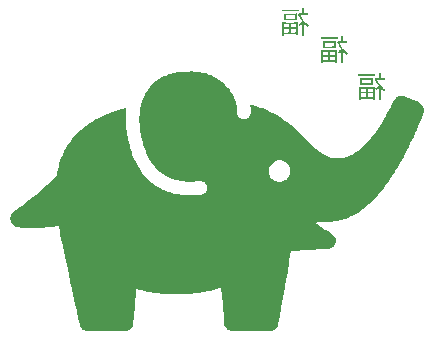
<source format=gbo>
G04 Layer: BottomSilkscreenLayer*
G04 EasyEDA Pro v2.2.35.2, 2025-01-16 15:30:06*
G04 Gerber Generator version 0.3*
G04 Scale: 100 percent, Rotated: No, Reflected: No*
G04 Dimensions in millimeters*
G04 Leading zeros omitted, absolute positions, 4 integers and 5 decimals*
%FSLAX45Y45*%
%MOMM*%
%ADD10C,0.254*%
G75*


G04 Image Start*
G36*
G01X-166036Y4964596D02*
G01X-148986Y4963492D01*
G01X-130041Y4961476D01*
G01X-111097Y4959460D01*
G01X-95941Y4956406D01*
G01X-80786Y4953353D01*
G01X-65630Y4948762D01*
G01X-50475Y4944171D01*
G01X-35951Y4938441D01*
G01X-21427Y4932711D01*
G01X-7483Y4926139D01*
G01X6460Y4919567D01*
G01X20298Y4911594D01*
G01X34137Y4903621D01*
G01X46770Y4895127D01*
G01X59403Y4886632D01*
G01X71401Y4877342D01*
G01X83399Y4868051D01*
G01X99032Y4852858D01*
G01X114665Y4837665D01*
G01X124630Y4825745D01*
G01X134595Y4813825D01*
G01X141981Y4803007D01*
G01X149367Y4792189D01*
G01X156588Y4779643D01*
G01X163810Y4767098D01*
G01X169547Y4754379D01*
G01X175283Y4741661D01*
G01X181335Y4723344D01*
G01X187387Y4705028D01*
G01X190567Y4688606D01*
G01X193746Y4672184D01*
G01X195024Y4659552D01*
G01X196303Y4646920D01*
G01X197083Y4629867D01*
G01X197863Y4612813D01*
G01X199774Y4605866D01*
G01X201684Y4598918D01*
G01X204934Y4593313D01*
G01X208183Y4587709D01*
G01X213140Y4582330D01*
G01X218097Y4576951D01*
G01X224000Y4573190D01*
G01X229902Y4569429D01*
G01X237756Y4566804D01*
G01X245609Y4564180D01*
G01X254174Y4564195D01*
G01X262739Y4564210D01*
G01X269243Y4565942D01*
G01X275747Y4567674D01*
G01X282452Y4571295D01*
G01X289158Y4574917D01*
G01X295670Y4581407D01*
G01X302183Y4587896D01*
G01X306060Y4595656D01*
G01X309937Y4603416D01*
G01X311452Y4610641D01*
G01X312967Y4617866D01*
G01X312203Y4637446D01*
G01X311440Y4657026D01*
G01X309957Y4670003D01*
G01X308474Y4682979D01*
G01X309031Y4683536D01*
G01X309587Y4684094D01*
G01X328472Y4679227D01*
G01X347357Y4674360D01*
G01X360618Y4670481D01*
G01X373879Y4666601D01*
G01X394086Y4659727D01*
G01X414294Y4652854D01*
G01X433238Y4645251D01*
G01X452183Y4637648D01*
G01X465058Y4631905D01*
G01X477933Y4626162D01*
G01X498105Y4616059D01*
G01X518277Y4605956D01*
G01X539537Y4593789D01*
G01X560797Y4581623D01*
G01X584162Y4566093D01*
G01X607526Y4550562D01*
G01X622050Y4538877D01*
G01X636574Y4527193D01*
G01X656133Y4510000D01*
G01X675692Y4492808D01*
G01X692756Y4477018D01*
G01X709819Y4461228D01*
G01X737608Y4434575D01*
G01X765396Y4407921D01*
G01X810863Y4363200D01*
G01X856329Y4318478D01*
G01X867696Y4308918D01*
G01X879062Y4299358D01*
G01X889166Y4291702D01*
G01X899270Y4284045D01*
G01X913162Y4274980D01*
G01X927055Y4265914D01*
G01X945999Y4256574D01*
G01X964944Y4247233D01*
G01X980099Y4242219D01*
G01X995255Y4237205D01*
G01X1009779Y4234270D01*
G01X1024303Y4231336D01*
G01X1049562Y4231330D01*
G01X1074821Y4231323D01*
G01X1087450Y4233681D01*
G01X1100080Y4236038D01*
G01X1113973Y4240225D01*
G01X1127865Y4244412D01*
G01X1141699Y4250214D01*
G01X1155532Y4256015D01*
G01X1167589Y4262498D01*
G01X1179646Y4268980D01*
G01X1191606Y4276496D01*
G01X1203565Y4284012D01*
G01X1217496Y4294381D01*
G01X1231428Y4304749D01*
G01X1243426Y4314757D01*
G01X1255424Y4324765D01*
G01X1276130Y4344994D01*
G01X1296836Y4365224D01*
G01X1312256Y4382496D01*
G01X1327675Y4399767D01*
G01X1342940Y4418640D01*
G01X1358204Y4437513D01*
G01X1372981Y4457582D01*
G01X1387757Y4477650D01*
G01X1406243Y4505440D01*
G01X1424728Y4533231D01*
G01X1440644Y4559759D01*
G01X1456559Y4586286D01*
G01X1470064Y4610919D01*
G01X1483569Y4635551D01*
G01X1497238Y4663342D01*
G01X1510906Y4691133D01*
G01X1517418Y4706173D01*
G01X1523931Y4721214D01*
G01X1528399Y4727947D01*
G01X1532867Y4734680D01*
G01X1539203Y4740378D01*
G01X1545539Y4746076D01*
G01X1554562Y4750517D01*
G01X1563586Y4754957D01*
G01X1572426Y4756814D01*
G01X1581267Y4758670D01*
G01X1586950Y4758670D01*
G01X1592634Y4758670D01*
G01X1600843Y4756905D01*
G01X1609052Y4755140D01*
G01X1674095Y4729712D01*
G01X1739137Y4704285D01*
G01X1747752Y4698460D01*
G01X1756368Y4692635D01*
G01X1761938Y4685795D01*
G01X1767509Y4678955D01*
G01X1771193Y4671149D01*
G01X1774878Y4663342D01*
G01X1776439Y4656210D01*
G01X1778000Y4649079D01*
G01X1777379Y4635999D01*
G01X1776757Y4622919D01*
G01X1768244Y4599550D01*
G01X1759731Y4576180D01*
G01X1745445Y4540179D01*
G01X1731159Y4504177D01*
G01X1717911Y4473224D01*
G01X1704663Y4442271D01*
G01X1692049Y4414485D01*
G01X1679434Y4386699D01*
G01X1665317Y4357013D01*
G01X1651200Y4327328D01*
G01X1635956Y4297642D01*
G01X1620712Y4267957D01*
G01X1607424Y4243324D01*
G01X1594136Y4218691D01*
G01X1577331Y4189381D01*
G01X1560525Y4160071D01*
G01X1546395Y4136958D01*
G01X1532265Y4113845D01*
G01X1512718Y4084159D01*
G01X1493171Y4054474D01*
G01X1481110Y4037421D01*
G01X1469048Y4020367D01*
G01X1453911Y4000156D01*
G01X1438774Y3979944D01*
G01X1423653Y3961231D01*
G01X1408532Y3942519D01*
G01X1390109Y3921440D01*
G01X1371686Y3900362D01*
G01X1345129Y3873798D01*
G01X1318572Y3847233D01*
G01X1299988Y3831325D01*
G01X1281405Y3815417D01*
G01X1266102Y3803571D01*
G01X1250799Y3791726D01*
G01X1235430Y3781200D01*
G01X1220061Y3770675D01*
G01X1203011Y3760458D01*
G01X1185961Y3750242D01*
G01X1161965Y3738568D01*
G01X1137969Y3726893D01*
G01X1120698Y3720464D01*
G01X1103428Y3714035D01*
G01X1087861Y3709551D01*
G01X1072295Y3705066D01*
G01X1053982Y3701391D01*
G01X1035669Y3697717D01*
G01X1017356Y3695809D01*
G01X999043Y3693901D01*
G01X953577Y3692619D01*
G01X908110Y3691338D01*
G01X890432Y3689340D01*
G01X872753Y3687341D01*
G01X868716Y3686479D01*
G01X864678Y3685616D01*
G01X873133Y3678550D01*
G01X881588Y3671484D01*
G01X894218Y3661991D01*
G01X906847Y3652498D01*
G01X925792Y3639903D01*
G01X944736Y3627307D01*
G01X957366Y3619713D01*
G01X969995Y3612119D01*
G01X987045Y3602760D01*
G01X1004095Y3593402D01*
G01X1013076Y3584559D01*
G01X1022056Y3575717D01*
G01X1026035Y3567830D01*
G01X1030013Y3559944D01*
G01X1031894Y3552722D01*
G01X1033775Y3545500D01*
G01X1033760Y3534713D01*
G01X1033745Y3523925D01*
G01X1031911Y3517035D01*
G01X1030078Y3510144D01*
G01X1026180Y3502225D01*
G01X1022282Y3494305D01*
G01X1015994Y3487423D01*
G01X1009705Y3480541D01*
G01X1002609Y3475830D01*
G01X995512Y3471119D01*
G01X986640Y3468032D01*
G01X977767Y3464946D01*
G01X940413Y3462587D01*
G01X903059Y3460227D01*
G01X825387Y3455755D01*
G01X747715Y3451282D01*
G01X701070Y3448777D01*
G01X654426Y3446272D01*
G01X653605Y3444943D01*
G01X652783Y3443613D01*
G01X651228Y3433241D01*
G01X649673Y3422868D01*
G01X637157Y3347075D01*
G01X624641Y3271283D01*
G01X613184Y3204333D01*
G01X601726Y3137382D01*
G01X586584Y3051484D01*
G01X571442Y2965586D01*
G01X558794Y2895477D01*
G01X546145Y2825369D01*
G01X544160Y2819053D01*
G01X542175Y2812737D01*
G01X538244Y2805247D01*
G01X534313Y2797757D01*
G01X526398Y2789840D01*
G01X518483Y2781924D01*
G01X509329Y2777418D01*
G01X500175Y2772913D01*
G01X491334Y2771057D01*
G01X482494Y2769200D01*
G01X318309Y2769200D01*
G01X154124Y2769200D01*
G01X145394Y2771050D01*
G01X136664Y2772900D01*
G01X128976Y2776521D01*
G01X121287Y2780143D01*
G01X114755Y2785339D01*
G01X108223Y2790534D01*
G01X102445Y2798632D01*
G01X96668Y2806731D01*
G01X93503Y2815140D01*
G01X90338Y2823549D01*
G01X88554Y2842776D01*
G01X86769Y2862002D01*
G01X75630Y2997573D01*
G01X64491Y3133143D01*
G01X63718Y3134394D01*
G01X62945Y3135645D01*
G01X40869Y3129290D01*
G01X18793Y3122935D01*
G01X-6458Y3116680D01*
G01X-31708Y3110426D01*
G01X-53721Y3105971D01*
G01X-75734Y3101516D01*
G01X-98467Y3097696D01*
G01X-121200Y3093876D01*
G01X-145828Y3090719D01*
G01X-170456Y3087561D01*
G01X-191295Y3085662D01*
G01X-212133Y3083763D01*
G01X-234235Y3082201D01*
G01X-256337Y3080638D01*
G01X-315065Y3080638D01*
G01X-373792Y3080638D01*
G01X-395894Y3082201D01*
G01X-417996Y3083763D01*
G01X-438834Y3085687D01*
G01X-459673Y3087611D01*
G01X-484279Y3090758D01*
G01X-508886Y3093905D01*
G01X-534166Y3098209D01*
G01X-559447Y3102514D01*
G01X-581549Y3107117D01*
G01X-603651Y3111720D01*
G01X-628730Y3117994D01*
G01X-653810Y3124267D01*
G01X-654572Y3123504D01*
G01X-655335Y3122741D01*
G01X-667573Y2974439D01*
G01X-679811Y2826137D01*
G01X-681984Y2819437D01*
G01X-684157Y2812737D01*
G01X-688088Y2805247D01*
G01X-692020Y2797757D01*
G01X-699934Y2789840D01*
G01X-707849Y2781924D01*
G01X-717003Y2777418D01*
G01X-726157Y2772913D01*
G01X-734998Y2771057D01*
G01X-743839Y2769200D01*
G01X-908023Y2769200D01*
G01X-1072208Y2769200D01*
G01X-1080938Y2771050D01*
G01X-1089668Y2772900D01*
G01X-1097357Y2776521D01*
G01X-1105045Y2780143D01*
G01X-1111577Y2785339D01*
G01X-1118109Y2790534D01*
G01X-1123795Y2798504D01*
G01X-1129481Y2806474D01*
G01X-1132032Y2812945D01*
G01X-1134582Y2819417D01*
G01X-1147869Y2877974D01*
G01X-1161156Y2936532D01*
G01X-1181989Y3030641D01*
G01X-1202822Y3124750D01*
G01X-1216193Y3186648D01*
G01X-1229564Y3248545D01*
G01X-1245381Y3323706D01*
G01X-1261198Y3398867D01*
G01X-1279344Y3489818D01*
G01X-1297489Y3580770D01*
G01X-1304643Y3619298D01*
G01X-1311796Y3657825D01*
G01X-1312076Y3658129D01*
G01X-1312357Y3658433D01*
G01X-1334365Y3655330D01*
G01X-1356374Y3652227D01*
G01X-1386053Y3649090D01*
G01X-1415733Y3645952D01*
G01X-1442255Y3644015D01*
G01X-1468777Y3642077D01*
G01X-1504771Y3640649D01*
G01X-1540766Y3639221D01*
G01X-1571077Y3640035D01*
G01X-1601388Y3640850D01*
G01X-1616543Y3642106D01*
G01X-1631698Y3643362D01*
G01X-1642434Y3645296D01*
G01X-1653169Y3647230D01*
G01X-1661596Y3649710D01*
G01X-1670024Y3652190D01*
G01X-1680535Y3657452D01*
G01X-1691047Y3662714D01*
G01X-1700533Y3672270D01*
G01X-1710020Y3681826D01*
G01X-1714093Y3690037D01*
G01X-1718166Y3698248D01*
G01X-1720083Y3705777D01*
G01X-1722000Y3713306D01*
G01X-1722000Y3724776D01*
G01X-1722000Y3736245D01*
G01X-1720070Y3743658D01*
G01X-1718139Y3751070D01*
G01X-1713491Y3760029D01*
G01X-1708842Y3768988D01*
G01X-1699950Y3777914D01*
G01X-1691058Y3786840D01*
G01X-1676534Y3795474D01*
G01X-1662009Y3804108D01*
G01X-1643649Y3816459D01*
G01X-1625289Y3828811D01*
G01X-1606392Y3842957D01*
G01X-1587495Y3857102D01*
G01X-1566656Y3873864D01*
G01X-1545817Y3890627D01*
G01X-1526873Y3906665D01*
G01X-1507929Y3922703D01*
G01X-1482038Y3945755D01*
G01X-1456147Y3968807D01*
G01X-1435940Y3987503D01*
G01X-1415733Y4006200D01*
G01X-1371388Y4049025D01*
G01X-1327044Y4091850D01*
G01X-1323573Y4109795D01*
G01X-1320102Y4127740D01*
G01X-1313373Y4154480D01*
G01X-1306645Y4181221D01*
G01X-1298419Y4205875D01*
G01X-1290193Y4230529D01*
G01X-1283650Y4246716D01*
G01X-1277107Y4262904D01*
G01X-1266767Y4284378D01*
G01X-1256427Y4305853D01*
G01X-1247853Y4321012D01*
G01X-1239280Y4336170D01*
G01X-1224984Y4357645D01*
G01X-1210688Y4379119D01*
G01X-1199658Y4393015D01*
G01X-1188627Y4406910D01*
G01X-1176350Y4420805D01*
G01X-1164073Y4434701D01*
G01X-1145283Y4453017D01*
G01X-1126494Y4471334D01*
G01X-1113875Y4481889D01*
G01X-1101256Y4492445D01*
G01X-1084838Y4504786D01*
G01X-1068419Y4517127D01*
G01X-1050106Y4529162D01*
G01X-1031793Y4541197D01*
G01X-1013628Y4551586D01*
G01X-995463Y4561975D01*
G01X-967530Y4575577D01*
G01X-939597Y4589178D01*
G01X-921916Y4596467D01*
G01X-904235Y4603757D01*
G01X-882133Y4611802D01*
G01X-860031Y4619848D01*
G01X-833509Y4628039D01*
G01X-806987Y4636229D01*
G01X-773754Y4644547D01*
G01X-740520Y4652864D01*
G01X-739854Y4652198D01*
G01X-739187Y4651531D01*
G01X-741354Y4632804D01*
G01X-743522Y4614077D01*
G01X-744145Y4574160D01*
G01X-744768Y4534244D01*
G01X-743315Y4514790D01*
G01X-741861Y4495335D01*
G01X-739940Y4478281D01*
G01X-738019Y4461228D01*
G01X-735544Y4445438D01*
G01X-733069Y4429648D01*
G01X-729225Y4410068D01*
G01X-725380Y4390488D01*
G01X-719228Y4365856D01*
G01X-713076Y4341223D01*
G01X-706740Y4320357D01*
G01X-700405Y4299492D01*
G01X-694524Y4282461D01*
G01X-688642Y4265430D01*
G01X-680447Y4244587D01*
G01X-672251Y4223744D01*
G01X-661868Y4202260D01*
G01X-651484Y4180777D01*
G01X-643531Y4166891D01*
G01X-635577Y4153004D01*
G01X-624877Y4136700D01*
G01X-614177Y4120395D01*
G01X-604573Y4107710D01*
G01X-594968Y4095026D01*
G01X-584022Y4082329D01*
G01X-573075Y4069632D01*
G01X-554894Y4051922D01*
G01X-536714Y4034212D01*
G01X-522821Y4023055D01*
G01X-508929Y4011898D01*
G01X-489353Y3998931D01*
G01X-469777Y3985964D01*
G01X-455884Y3978348D01*
G01X-441992Y3970731D01*
G01X-430625Y3965448D01*
G01X-419259Y3960164D01*
G01X-404103Y3954101D01*
G01X-388948Y3948037D01*
G01X-372635Y3942746D01*
G01X-356322Y3937455D01*
G01X-336009Y3932529D01*
G01X-315696Y3927603D01*
G01X-296120Y3924465D01*
G01X-276544Y3921328D01*
G01X-261389Y3919687D01*
G01X-246233Y3918047D01*
G01X-198872Y3918057D01*
G01X-151511Y3918068D01*
G01X-130673Y3920345D01*
G01X-109834Y3922622D01*
G01X-101277Y3924379D01*
G01X-92719Y3926136D01*
G01X-86204Y3929671D01*
G01X-79689Y3933206D01*
G01X-73187Y3939139D01*
G01X-66685Y3945073D01*
G01X-62531Y3952868D01*
G01X-58377Y3960664D01*
G01X-56651Y3967146D01*
G01X-54925Y3973628D01*
G01X-54941Y3980576D01*
G01X-54957Y3987524D01*
G01X-56235Y3993067D01*
G01X-57512Y3998610D01*
G01X-60742Y4005439D01*
G01X-63972Y4012267D01*
G01X-70933Y4019788D01*
G01X-77895Y4027308D01*
G01X-86918Y4031759D01*
G01X-95941Y4036210D01*
G01X-103560Y4037619D01*
G01X-111179Y4039027D01*
G01X-128188Y4036948D01*
G01X-145197Y4034869D01*
G01X-171500Y4033395D01*
G01X-197803Y4031921D01*
G01X-223912Y4033429D01*
G01X-250022Y4034937D01*
G01X-267072Y4037363D01*
G01X-284122Y4039790D01*
G01X-299165Y4043049D01*
G01X-314207Y4046307D01*
G01X-327581Y4050202D01*
G01X-340955Y4054096D01*
G01X-354216Y4059076D01*
G01X-367477Y4064056D01*
G01X-378844Y4069263D01*
G01X-390211Y4074471D01*
G01X-401577Y4080702D01*
G01X-412944Y4086934D01*
G01X-427105Y4096313D01*
G01X-441267Y4105691D01*
G01X-449668Y4112582D01*
G01X466418Y4112582D01*
G01X468507Y4103739D01*
G01X470596Y4094897D01*
G01X475509Y4084791D01*
G01X480422Y4074685D01*
G01X486540Y4067137D01*
G01X492658Y4059588D01*
G01X500206Y4053469D01*
G01X507753Y4047349D01*
G01X517856Y4042435D01*
G01X527960Y4037521D01*
G01X536721Y4035494D01*
G01X545482Y4033466D01*
G01X557560Y4033492D01*
G01X569638Y4033518D01*
G01X579472Y4036061D01*
G01X589306Y4038604D01*
G01X599679Y4043983D01*
G01X610052Y4049363D01*
G01X620277Y4059498D01*
G01X630502Y4069632D01*
G01X635663Y4078475D01*
G01X640824Y4087317D01*
G01X643557Y4095528D01*
G01X646290Y4103739D01*
G01X647666Y4114632D01*
G01X649043Y4125525D01*
G01X647100Y4137370D01*
G01X645157Y4149215D01*
G01X641945Y4157146D01*
G01X638733Y4165078D01*
G01X634496Y4172156D01*
G01X630260Y4179235D01*
G01X621271Y4188226D01*
G01X612281Y4197217D01*
G01X605204Y4201454D01*
G01X598127Y4205692D01*
G01X590379Y4208822D01*
G01X582630Y4211953D01*
G01X574239Y4213624D01*
G01X565849Y4215296D01*
G01X557902Y4215415D01*
G01X549955Y4215533D01*
G01X540230Y4213524D01*
G01X540230Y4213524D01*
G01X530504Y4211515D01*
G01X522989Y4208460D01*
G01X515474Y4205406D01*
G01X507473Y4200193D01*
G01X499473Y4194979D01*
G01X490835Y4185728D01*
G01X482197Y4176477D01*
G01X477041Y4166564D01*
G01X471885Y4156651D01*
G01X469152Y4146690D01*
G01X466420Y4136728D01*
G01X466419Y4124655D01*
G01X466418Y4112582D01*
G01X-449668Y4112582D01*
G01X-454891Y4116865D01*
G01X-468514Y4128039D01*
G01X-483100Y4143048D01*
G01X-497686Y4158057D01*
G01X-507226Y4170058D01*
G01X-516765Y4182058D01*
G01X-523757Y4192164D01*
G01X-530748Y4202270D01*
G01X-538012Y4214270D01*
G01X-545276Y4226271D01*
G01X-554467Y4244587D01*
G01X-563658Y4262904D01*
G01X-569611Y4277431D01*
G01X-575565Y4291958D01*
G01X-582413Y4310906D01*
G01X-589260Y4329854D01*
G01X-595518Y4350472D01*
G01X-601776Y4371089D01*
G01X-607362Y4393421D01*
G01X-612947Y4415752D01*
G01X-616735Y4435332D01*
G01X-620523Y4454912D01*
G01X-622523Y4468807D01*
G01X-624523Y4482703D01*
G01X-626458Y4500388D01*
G01X-628393Y4518073D01*
G01X-629129Y4549021D01*
G01X-629865Y4579970D01*
G01X-628400Y4600181D01*
G01X-626935Y4620393D01*
G01X-624387Y4638078D01*
G01X-621839Y4655763D01*
G01X-617981Y4673448D01*
G01X-614122Y4691133D01*
G01X-607921Y4710293D01*
G01X-601720Y4729454D01*
G01X-596609Y4741737D01*
G01X-591498Y4754020D01*
G01X-585723Y4765526D01*
G01X-579949Y4777031D01*
G01X-572359Y4789663D01*
G01X-564768Y4802295D01*
G01X-557068Y4813032D01*
G01X-549368Y4823770D01*
G01X-538521Y4836402D01*
G01X-527675Y4849034D01*
G01X-514923Y4861143D01*
G01X-502171Y4873251D01*
G01X-489469Y4882990D01*
G01X-476767Y4892728D01*
G01X-463816Y4900941D01*
G01X-450865Y4909154D01*
G01X-434962Y4917242D01*
G01X-419060Y4925330D01*
G01X-405267Y4930954D01*
G01X-391474Y4936579D01*
G01X-379475Y4940598D01*
G01X-367477Y4944618D01*
G01X-348533Y4949465D01*
G01X-329589Y4954312D01*
G01X-310013Y4957585D01*
G01X-290437Y4960859D01*
G01X-272124Y4962766D01*
G01X-253811Y4964674D01*
G01X-218448Y4965187D01*
G01X-183085Y4965700D01*
G01X-166036Y4964596D01*
G37*
G04 Image End*

G04 Text Start*
G36*
G01X1242676Y4730173D02*
G01X1242676Y4724015D01*
G01X1225743Y4724015D01*
G01X1226127Y4727479D01*
G01X1226512Y4732867D01*
G01X1226897Y4735946D01*
G01X1227260Y4780203D01*
G01X1242676Y4780203D01*
G01X1242676Y4749415D01*
G01X1265382Y4749415D01*
G01X1265382Y4749415D01*
G01X1288473Y4749800D01*
G01X1288857Y4765194D01*
G01X1288857Y4780203D01*
G01X1303482Y4780203D01*
G01X1303482Y4749415D01*
G01X1324264Y4749415D01*
G01X1324264Y4749415D01*
G01X1345430Y4749800D01*
G01X1345815Y4765194D01*
G01X1345815Y4780203D01*
G01X1303482Y4780203D01*
G01X1288857Y4780203D01*
G01X1242676Y4780203D01*
G01X1227260Y4780203D01*
G01X1227282Y4782897D01*
G01X1226970Y4820997D01*
G01X1242676Y4820997D01*
G01X1242676Y4793288D01*
G01X1265382Y4793288D01*
G01X1265382Y4793288D01*
G01X1288473Y4793673D01*
G01X1288857Y4807527D01*
G01X1288857Y4820997D01*
G01X1303482Y4820997D01*
G01X1303482Y4793288D01*
G01X1324264Y4793288D01*
G01X1324264Y4793288D01*
G01X1345430Y4793673D01*
G01X1345815Y4807527D01*
G01X1345815Y4820997D01*
G01X1303482Y4820997D01*
G01X1288857Y4820997D01*
G01X1242676Y4820997D01*
G01X1226970Y4820997D01*
G01X1226897Y4829849D01*
G01X1226512Y4832927D01*
G01X1226897Y4834371D01*
G01X1228051Y4834851D01*
G01X1230746Y4834467D01*
G01X1296170Y4834082D01*
G01X1361209Y4834467D01*
G01X1361786Y4834274D01*
G01X1361979Y4832927D01*
G01X1361594Y4829849D01*
G01X1361209Y4780588D01*
G01X1361594Y4731327D01*
G01X1361979Y4727479D01*
G01X1361979Y4724785D01*
G01X1346585Y4724785D01*
G01X1346200Y4726709D01*
G01X1345815Y4732482D01*
G01X1345815Y4736330D01*
G01X1242676Y4736330D01*
G01X1242676Y4730173D01*
G37*
G36*
G01X1366597Y4936067D02*
G01X1366597Y4927985D01*
G01X1363133Y4927985D01*
G01X1358515Y4928370D01*
G01X1293091Y4928754D01*
G01X1227667Y4928370D01*
G01X1224588Y4927985D01*
G01X1222664Y4927985D01*
G01X1222664Y4944149D01*
G01X1227282Y4944149D01*
G01X1233054Y4943764D01*
G01X1295400Y4943379D01*
G01X1357746Y4943764D01*
G01X1362749Y4944149D01*
G01X1366597Y4944149D01*
G01X1366597Y4936067D01*
G37*
G36*
G01X1350049Y4856018D02*
G01X1350433Y4853709D01*
G01X1349952Y4852939D01*
G01X1348509Y4852939D01*
G01X1341967Y4853324D01*
G01X1336194Y4853709D01*
G01X1293476Y4854094D01*
G01X1250757Y4853709D01*
G01X1244600Y4853324D01*
G01X1239597Y4853324D01*
G01X1239597Y4855249D01*
G01X1239982Y4858327D01*
G01X1240367Y4883343D01*
G01X1240165Y4896427D01*
G01X1255761Y4896427D01*
G01X1255761Y4866409D01*
G01X1295015Y4866409D01*
G01X1295015Y4866409D01*
G01X1334654Y4866794D01*
G01X1335039Y4881803D01*
G01X1335039Y4896427D01*
G01X1255761Y4896427D01*
G01X1240165Y4896427D01*
G01X1239982Y4908357D01*
G01X1239982Y4910282D01*
G01X1243830Y4910667D01*
G01X1251143Y4910282D01*
G01X1256146Y4909897D01*
G01X1296939Y4909512D01*
G01X1337733Y4909897D01*
G01X1349279Y4910667D01*
G01X1350145Y4910378D01*
G01X1350433Y4908743D01*
G01X1350049Y4905279D01*
G01X1349664Y4880649D01*
G01X1350049Y4856018D01*
G37*
G36*
G01X1413933Y4729788D02*
G01X1414318Y4725939D01*
G01X1414318Y4723246D01*
G01X1396615Y4723246D01*
G01X1397000Y4726709D01*
G01X1397385Y4733251D01*
G01X1397770Y4737485D01*
G01X1398154Y4784436D01*
G01X1397866Y4818688D01*
G01X1397000Y4829849D01*
G01X1395076Y4828309D01*
G01X1387379Y4820612D01*
G01X1382761Y4816764D01*
G01X1376988Y4812146D01*
G01X1373909Y4810221D01*
G01X1371985Y4808682D01*
G01X1371600Y4810606D01*
G01X1370446Y4813685D01*
G01X1368906Y4816379D01*
G01X1366982Y4819457D01*
G01X1365443Y4821767D01*
G01X1365635Y4822536D01*
G01X1375064Y4827924D01*
G01X1376988Y4829464D01*
G01X1382376Y4833312D01*
G01X1384300Y4835236D01*
G01X1388149Y4838315D01*
G01X1393921Y4844088D01*
G01X1395461Y4846397D01*
G01X1395364Y4848032D01*
G01X1394306Y4849861D01*
G01X1391997Y4852939D01*
G01X1390073Y4855633D01*
G01X1383146Y4866024D01*
G01X1379297Y4872182D01*
G01X1376988Y4876030D01*
G01X1364288Y4901430D01*
G01X1363999Y4902489D01*
G01X1366212Y4905279D01*
G01X1367367Y4907203D01*
G01X1368906Y4909127D01*
G01X1370446Y4910667D01*
G01X1384685Y4911051D01*
G01X1398154Y4911051D01*
G01X1398154Y4926830D01*
G01X1397770Y4943764D01*
G01X1397000Y4952230D01*
G01X1397000Y4953193D01*
G01X1397770Y4953770D01*
G01X1406621Y4954154D01*
G01X1414318Y4954154D01*
G01X1414318Y4950306D01*
G01X1413933Y4945303D01*
G01X1413549Y4927600D01*
G01X1413549Y4911051D01*
G01X1428173Y4911051D01*
G01X1443951Y4911436D01*
G01X1445876Y4911051D01*
G01X1446646Y4902970D01*
G01X1446646Y4895657D01*
G01X1443182Y4895657D01*
G01X1438564Y4896043D01*
G01X1410085Y4896427D01*
G01X1382761Y4896427D01*
G01X1383146Y4894888D01*
G01X1386609Y4886806D01*
G01X1394306Y4873336D01*
G01X1396230Y4870257D01*
G01X1398539Y4866794D01*
G01X1401233Y4862946D01*
G01X1405851Y4856788D01*
G01X1412009Y4849091D01*
G01X1414703Y4846397D01*
G01X1417782Y4842549D01*
G01X1429327Y4831003D01*
G01X1432406Y4828694D01*
G01X1435100Y4826000D01*
G01X1440873Y4821382D01*
G01X1442797Y4820227D01*
G01X1444721Y4818688D01*
G01X1447800Y4816379D01*
G01X1451649Y4813685D01*
G01X1454343Y4811376D01*
G01X1454631Y4810318D01*
G01X1453957Y4809451D01*
G01X1451649Y4806757D01*
G01X1449724Y4803679D01*
G01X1448185Y4800600D01*
G01X1446646Y4798291D01*
G01X1444721Y4798676D01*
G01X1437024Y4804833D01*
G01X1435100Y4806757D01*
G01X1431251Y4809836D01*
G01X1429327Y4811761D01*
G01X1426249Y4814070D01*
G01X1415473Y4824846D01*
G01X1414511Y4825711D01*
G01X1413933Y4825230D01*
G01X1413549Y4777509D01*
G01X1413933Y4729788D01*
G37*
G36*
G01X925035Y5040777D02*
G01X925035Y5034619D01*
G01X908101Y5034619D01*
G01X908486Y5038083D01*
G01X908871Y5043470D01*
G01X909256Y5046549D01*
G01X909619Y5090807D01*
G01X925035Y5090807D01*
G01X925035Y5060019D01*
G01X947741Y5060019D01*
G01X947741Y5060019D01*
G01X970832Y5060404D01*
G01X971216Y5075798D01*
G01X971216Y5090807D01*
G01X985841Y5090807D01*
G01X985841Y5060019D01*
G01X1006622Y5060019D01*
G01X1006622Y5060019D01*
G01X1027789Y5060404D01*
G01X1028174Y5075798D01*
G01X1028174Y5090807D01*
G01X985841Y5090807D01*
G01X971216Y5090807D01*
G01X925035Y5090807D01*
G01X909619Y5090807D01*
G01X909641Y5093501D01*
G01X909328Y5131601D01*
G01X925035Y5131601D01*
G01X925035Y5103892D01*
G01X947741Y5103892D01*
G01X947741Y5103892D01*
G01X970832Y5104277D01*
G01X971216Y5118131D01*
G01X971216Y5131601D01*
G01X985841Y5131601D01*
G01X985841Y5103892D01*
G01X1006622Y5103892D01*
G01X1006622Y5103892D01*
G01X1027789Y5104277D01*
G01X1028174Y5118131D01*
G01X1028174Y5131601D01*
G01X985841Y5131601D01*
G01X971216Y5131601D01*
G01X925035Y5131601D01*
G01X909328Y5131601D01*
G01X909256Y5140453D01*
G01X908871Y5143531D01*
G01X909256Y5144974D01*
G01X910410Y5145455D01*
G01X913105Y5145070D01*
G01X978529Y5144686D01*
G01X1043568Y5145070D01*
G01X1044145Y5144878D01*
G01X1044338Y5143531D01*
G01X1043953Y5140453D01*
G01X1043568Y5091192D01*
G01X1043953Y5041931D01*
G01X1044338Y5038083D01*
G01X1044338Y5035389D01*
G01X1028944Y5035389D01*
G01X1028559Y5037313D01*
G01X1028174Y5043086D01*
G01X1028174Y5046934D01*
G01X925035Y5046934D01*
G01X925035Y5040777D01*
G37*
G36*
G01X1048956Y5246670D02*
G01X1048956Y5238589D01*
G01X1045492Y5238589D01*
G01X1040874Y5238974D01*
G01X975450Y5239358D01*
G01X910026Y5238974D01*
G01X906947Y5238589D01*
G01X905022Y5238589D01*
G01X905022Y5254753D01*
G01X909641Y5254753D01*
G01X915413Y5254367D01*
G01X977759Y5253983D01*
G01X1040105Y5254367D01*
G01X1045108Y5254753D01*
G01X1048956Y5254753D01*
G01X1048956Y5246670D01*
G37*
G36*
G01X1032408Y5166622D02*
G01X1032792Y5164313D01*
G01X1032311Y5163543D01*
G01X1030868Y5163543D01*
G01X1024326Y5163928D01*
G01X1018553Y5164313D01*
G01X975835Y5164698D01*
G01X933116Y5164313D01*
G01X926959Y5163928D01*
G01X921956Y5163928D01*
G01X921956Y5165853D01*
G01X922341Y5168931D01*
G01X922726Y5193946D01*
G01X922524Y5207031D01*
G01X938119Y5207031D01*
G01X938119Y5177013D01*
G01X977374Y5177013D01*
G01X977374Y5177013D01*
G01X1017013Y5177398D01*
G01X1017398Y5192407D01*
G01X1017398Y5207031D01*
G01X938119Y5207031D01*
G01X922524Y5207031D01*
G01X922341Y5218961D01*
G01X922341Y5220886D01*
G01X926189Y5221270D01*
G01X933501Y5220886D01*
G01X938505Y5220501D01*
G01X979298Y5220116D01*
G01X1020092Y5220501D01*
G01X1031638Y5221270D01*
G01X1032504Y5220982D01*
G01X1032792Y5219346D01*
G01X1032408Y5215883D01*
G01X1032022Y5191253D01*
G01X1032408Y5166622D01*
G37*
G36*
G01X1096292Y5040392D02*
G01X1096677Y5036543D01*
G01X1096677Y5033849D01*
G01X1078974Y5033849D01*
G01X1079359Y5037313D01*
G01X1079744Y5043855D01*
G01X1080129Y5048089D01*
G01X1080513Y5095040D01*
G01X1080225Y5129292D01*
G01X1079359Y5140453D01*
G01X1077435Y5138913D01*
G01X1069738Y5131216D01*
G01X1065119Y5127367D01*
G01X1059347Y5122749D01*
G01X1056268Y5120825D01*
G01X1054344Y5119286D01*
G01X1053959Y5121210D01*
G01X1052805Y5124289D01*
G01X1051265Y5126983D01*
G01X1049341Y5130061D01*
G01X1047801Y5132370D01*
G01X1047994Y5133140D01*
G01X1057422Y5138528D01*
G01X1059347Y5140067D01*
G01X1064735Y5143916D01*
G01X1066659Y5145840D01*
G01X1070508Y5148919D01*
G01X1076280Y5154692D01*
G01X1077819Y5157001D01*
G01X1077723Y5158636D01*
G01X1076665Y5160464D01*
G01X1074356Y5163543D01*
G01X1072432Y5166237D01*
G01X1065505Y5176628D01*
G01X1061656Y5182786D01*
G01X1059347Y5186634D01*
G01X1046647Y5212034D01*
G01X1046358Y5213092D01*
G01X1048571Y5215883D01*
G01X1049726Y5217807D01*
G01X1051265Y5219731D01*
G01X1052805Y5221270D01*
G01X1067044Y5221655D01*
G01X1080513Y5221655D01*
G01X1080513Y5237434D01*
G01X1080129Y5254367D01*
G01X1079359Y5262834D01*
G01X1079359Y5263796D01*
G01X1080129Y5264374D01*
G01X1088980Y5264758D01*
G01X1096677Y5264758D01*
G01X1096677Y5260910D01*
G01X1096292Y5255907D01*
G01X1095908Y5238204D01*
G01X1095908Y5221655D01*
G01X1110532Y5221655D01*
G01X1126310Y5222040D01*
G01X1128235Y5221655D01*
G01X1129005Y5213574D01*
G01X1129005Y5206261D01*
G01X1125541Y5206261D01*
G01X1120922Y5206646D01*
G01X1092444Y5207031D01*
G01X1065119Y5207031D01*
G01X1065505Y5205492D01*
G01X1068968Y5197410D01*
G01X1076665Y5183940D01*
G01X1078589Y5180861D01*
G01X1080898Y5177398D01*
G01X1083592Y5173549D01*
G01X1088210Y5167392D01*
G01X1094368Y5159695D01*
G01X1097062Y5157001D01*
G01X1100141Y5153153D01*
G01X1111686Y5141607D01*
G01X1114765Y5139298D01*
G01X1117459Y5136604D01*
G01X1123232Y5131986D01*
G01X1125156Y5130831D01*
G01X1127080Y5129292D01*
G01X1130159Y5126983D01*
G01X1134008Y5124289D01*
G01X1136701Y5121980D01*
G01X1136990Y5120921D01*
G01X1136316Y5120055D01*
G01X1134008Y5117361D01*
G01X1132083Y5114283D01*
G01X1130544Y5111204D01*
G01X1129005Y5108895D01*
G01X1127080Y5109280D01*
G01X1119383Y5115437D01*
G01X1117459Y5117361D01*
G01X1113610Y5120440D01*
G01X1111686Y5122364D01*
G01X1108608Y5124674D01*
G01X1097832Y5135449D01*
G01X1096869Y5136315D01*
G01X1096292Y5135834D01*
G01X1095908Y5088113D01*
G01X1096292Y5040392D01*
G37*
G36*
G01X594976Y5276273D02*
G01X594976Y5270115D01*
G01X578043Y5270115D01*
G01X578427Y5273579D01*
G01X578812Y5278967D01*
G01X579197Y5282046D01*
G01X579560Y5326303D01*
G01X594976Y5326303D01*
G01X594976Y5295515D01*
G01X617682Y5295515D01*
G01X617682Y5295515D01*
G01X640773Y5295900D01*
G01X641157Y5311294D01*
G01X641157Y5326303D01*
G01X655782Y5326303D01*
G01X655782Y5295515D01*
G01X676564Y5295515D01*
G01X676564Y5295515D01*
G01X697730Y5295900D01*
G01X698115Y5311294D01*
G01X698115Y5326303D01*
G01X655782Y5326303D01*
G01X641157Y5326303D01*
G01X594976Y5326303D01*
G01X579560Y5326303D01*
G01X579582Y5328997D01*
G01X579270Y5367097D01*
G01X594976Y5367097D01*
G01X594976Y5339388D01*
G01X617682Y5339388D01*
G01X617682Y5339388D01*
G01X640773Y5339773D01*
G01X641157Y5353627D01*
G01X641157Y5367097D01*
G01X655782Y5367097D01*
G01X655782Y5339388D01*
G01X676564Y5339388D01*
G01X676564Y5339388D01*
G01X697730Y5339773D01*
G01X698115Y5353627D01*
G01X698115Y5367097D01*
G01X655782Y5367097D01*
G01X641157Y5367097D01*
G01X594976Y5367097D01*
G01X579270Y5367097D01*
G01X579197Y5375949D01*
G01X578812Y5379027D01*
G01X579197Y5380471D01*
G01X580351Y5380951D01*
G01X583046Y5380567D01*
G01X648470Y5380182D01*
G01X713509Y5380567D01*
G01X714086Y5380374D01*
G01X714279Y5379027D01*
G01X713894Y5375949D01*
G01X713509Y5326688D01*
G01X713894Y5277427D01*
G01X714279Y5273579D01*
G01X714279Y5270885D01*
G01X698885Y5270885D01*
G01X698500Y5272809D01*
G01X698115Y5278582D01*
G01X698115Y5282430D01*
G01X594976Y5282430D01*
G01X594976Y5276273D01*
G37*
G36*
G01X718897Y5482167D02*
G01X718897Y5474085D01*
G01X715433Y5474085D01*
G01X710815Y5474470D01*
G01X645391Y5474854D01*
G01X579967Y5474470D01*
G01X576888Y5474085D01*
G01X574964Y5474085D01*
G01X574964Y5490249D01*
G01X579582Y5490249D01*
G01X585354Y5489864D01*
G01X647700Y5489479D01*
G01X710046Y5489864D01*
G01X715049Y5490249D01*
G01X718897Y5490249D01*
G01X718897Y5482167D01*
G37*
G36*
G01X702349Y5402118D02*
G01X702733Y5399809D01*
G01X702252Y5399039D01*
G01X700809Y5399039D01*
G01X694267Y5399424D01*
G01X688494Y5399809D01*
G01X645776Y5400194D01*
G01X603057Y5399809D01*
G01X596900Y5399424D01*
G01X591897Y5399424D01*
G01X591897Y5401349D01*
G01X592282Y5404427D01*
G01X592667Y5429443D01*
G01X592465Y5442527D01*
G01X608061Y5442527D01*
G01X608061Y5412509D01*
G01X647315Y5412509D01*
G01X647315Y5412509D01*
G01X686954Y5412894D01*
G01X687339Y5427903D01*
G01X687339Y5442527D01*
G01X608061Y5442527D01*
G01X592465Y5442527D01*
G01X592282Y5454457D01*
G01X592282Y5456382D01*
G01X596130Y5456767D01*
G01X603443Y5456382D01*
G01X608446Y5455997D01*
G01X649239Y5455612D01*
G01X690033Y5455997D01*
G01X701579Y5456767D01*
G01X702445Y5456478D01*
G01X702733Y5454843D01*
G01X702349Y5451379D01*
G01X701964Y5426749D01*
G01X702349Y5402118D01*
G37*
G36*
G01X766233Y5275888D02*
G01X766618Y5272039D01*
G01X766618Y5269346D01*
G01X748915Y5269346D01*
G01X749300Y5272809D01*
G01X749685Y5279351D01*
G01X750070Y5283585D01*
G01X750454Y5330536D01*
G01X750166Y5364788D01*
G01X749300Y5375949D01*
G01X747376Y5374409D01*
G01X739679Y5366712D01*
G01X735061Y5362864D01*
G01X729288Y5358246D01*
G01X726209Y5356321D01*
G01X724285Y5354782D01*
G01X723900Y5356706D01*
G01X722746Y5359785D01*
G01X721206Y5362479D01*
G01X719282Y5365557D01*
G01X717743Y5367867D01*
G01X717935Y5368636D01*
G01X727364Y5374024D01*
G01X729288Y5375564D01*
G01X734676Y5379412D01*
G01X736600Y5381336D01*
G01X740449Y5384415D01*
G01X746221Y5390188D01*
G01X747761Y5392497D01*
G01X747664Y5394132D01*
G01X746606Y5395961D01*
G01X744297Y5399039D01*
G01X742373Y5401733D01*
G01X735446Y5412124D01*
G01X731597Y5418282D01*
G01X729288Y5422130D01*
G01X716588Y5447530D01*
G01X716299Y5448589D01*
G01X718512Y5451379D01*
G01X719667Y5453303D01*
G01X721206Y5455227D01*
G01X722746Y5456767D01*
G01X736985Y5457151D01*
G01X750454Y5457151D01*
G01X750454Y5472930D01*
G01X750070Y5489864D01*
G01X749300Y5498330D01*
G01X749300Y5499293D01*
G01X750070Y5499870D01*
G01X758921Y5500254D01*
G01X766618Y5500254D01*
G01X766618Y5496406D01*
G01X766233Y5491403D01*
G01X765849Y5473700D01*
G01X765849Y5457151D01*
G01X780473Y5457151D01*
G01X796251Y5457536D01*
G01X798176Y5457151D01*
G01X798946Y5449070D01*
G01X798946Y5441757D01*
G01X795482Y5441757D01*
G01X790864Y5442143D01*
G01X762385Y5442527D01*
G01X735061Y5442527D01*
G01X735446Y5440988D01*
G01X738909Y5432906D01*
G01X746606Y5419436D01*
G01X748530Y5416357D01*
G01X750839Y5412894D01*
G01X753533Y5409046D01*
G01X758151Y5402888D01*
G01X764309Y5395191D01*
G01X767003Y5392497D01*
G01X770082Y5388649D01*
G01X781627Y5377103D01*
G01X784706Y5374794D01*
G01X787400Y5372100D01*
G01X793173Y5367482D01*
G01X795097Y5366327D01*
G01X797021Y5364788D01*
G01X800100Y5362479D01*
G01X803949Y5359785D01*
G01X806643Y5357476D01*
G01X806931Y5356418D01*
G01X806257Y5355551D01*
G01X803949Y5352857D01*
G01X802024Y5349779D01*
G01X800485Y5346700D01*
G01X798946Y5344391D01*
G01X797021Y5344776D01*
G01X789324Y5350933D01*
G01X787400Y5352857D01*
G01X783551Y5355936D01*
G01X781627Y5357861D01*
G01X778549Y5360170D01*
G01X767773Y5370946D01*
G01X766811Y5371811D01*
G01X766233Y5371330D01*
G01X765849Y5323609D01*
G01X766233Y5275888D01*
G37*
G04 Text End*
G54D10*

M02*


</source>
